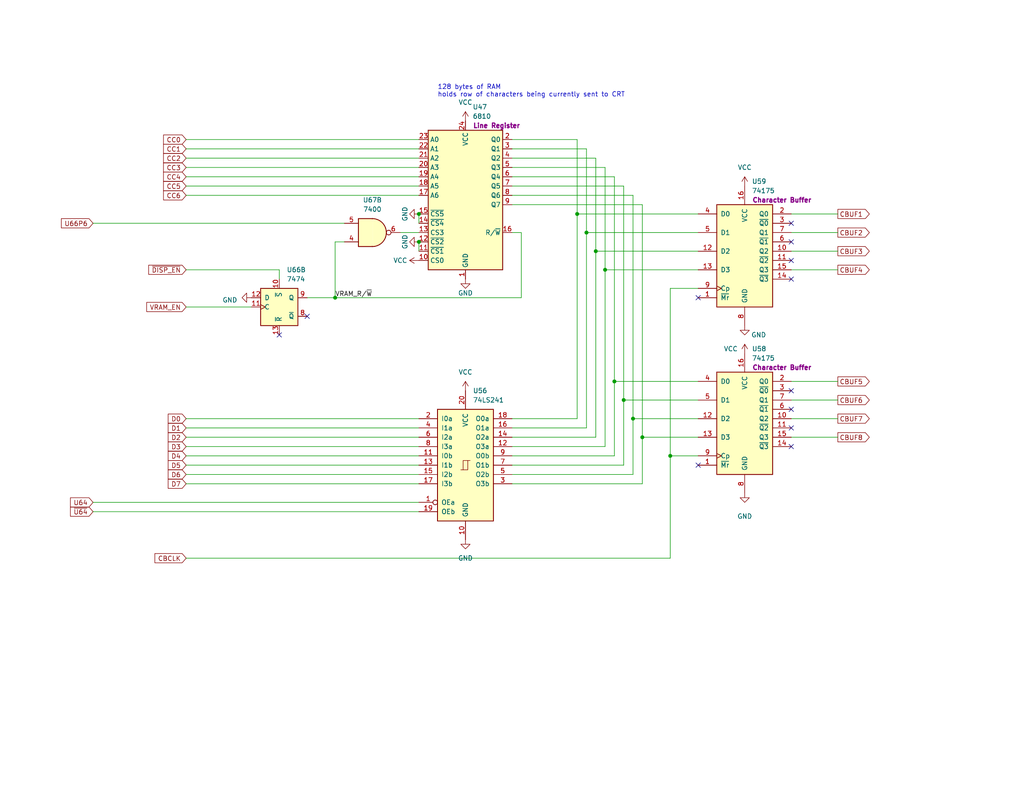
<source format=kicad_sch>
(kicad_sch (version 20231120) (generator "eeschema") (generator_version "8.0")
  (paper "USLetter")
  (lib_symbols
    (symbol "74xx:74LS00" (pin_names (offset 1.016))
      (property "Reference" "U" (at 0 1.27 0))
      (property "Value" "74LS00" (at 0 -1.27 0))
      (symbol "74LS00_1_1"
        (arc (start 0 -3.81) (mid 3.7934 0) (end 0 3.81) (stroke (width 0.254)) (fill (type background)))
        (polyline (pts (xy 0 3.81) (xy -3.81 3.81) (xy -3.81 -3.81) (xy 0 -3.81)) (stroke (width 0.254)) (fill (type background)))
        (pin input line (at -7.62 2.54 0) (length 3.81) (name "~") (number "1"))
        (pin input line (at -7.62 -2.54 0) (length 3.81) (name "~") (number "2"))
        (pin output inverted (at 7.62 0 180) (length 3.81) (name "~") (number "3"))
      )
      (symbol "74LS00_1_2"
        (arc (start -3.81 -3.81) (mid -2.589 0) (end -3.81 3.81) (stroke (width 0.254)))
        (arc (start -0.6096 -3.81) (mid 2.1855 -2.584) (end 3.81 0) (stroke (width 0.254)) (fill (type background)))
        (polyline (pts (xy -3.81 -3.81) (xy -0.635 -3.81)) (stroke (width 0.254)) (fill (type background)))
        (polyline (pts (xy -3.81 3.81) (xy -0.635 3.81)) (stroke (width 0.254)) (fill (type background)))
        (polyline (pts (xy -0.635 3.81) (xy -3.81 3.81) (xy -3.81 3.81) (xy -3.556 3.4036) (xy -3.0226 2.2606) (xy -2.6924 1.0414) (xy -2.6162 -0.254) (xy -2.7686 -1.4986) (xy -3.175 -2.7178) (xy -3.81 -3.81) (xy -3.81 -3.81) (xy -0.635 -3.81)) (stroke (width -25.4)) (fill (type background)))
        (arc (start 3.81 0) (mid 2.1928 2.5925) (end -0.6096 3.81) (stroke (width 0.254)) (fill (type background)))
        (pin input inverted (at -7.62 2.54 0) (length 4.318) (name "~") (number "1"))
        (pin input inverted (at -7.62 -2.54 0) (length 4.318) (name "~") (number "2"))
        (pin output line (at 7.62 0 180) (length 3.81) (name "~") (number "3"))
      )
      (symbol "74LS00_2_1"
        (arc (start 0 -3.81) (mid 3.7934 0) (end 0 3.81) (stroke (width 0.254)) (fill (type background)))
        (polyline (pts (xy 0 3.81) (xy -3.81 3.81) (xy -3.81 -3.81) (xy 0 -3.81)) (stroke (width 0.254)) (fill (type background)))
        (pin input line (at -7.62 2.54 0) (length 3.81) (name "~") (number "4"))
        (pin input line (at -7.62 -2.54 0) (length 3.81) (name "~") (number "5"))
        (pin output inverted (at 7.62 0 180) (length 3.81) (name "~") (number "6"))
      )
      (symbol "74LS00_2_2"
        (arc (start -3.81 -3.81) (mid -2.589 0) (end -3.81 3.81) (stroke (width 0.254)))
        (arc (start -0.6096 -3.81) (mid 2.1855 -2.584) (end 3.81 0) (stroke (width 0.254)) (fill (type background)))
        (polyline (pts (xy -3.81 -3.81) (xy -0.635 -3.81)) (stroke (width 0.254)) (fill (type background)))
        (polyline (pts (xy -3.81 3.81) (xy -0.635 3.81)) (stroke (width 0.254)) (fill (type background)))
        (polyline (pts (xy -0.635 3.81) (xy -3.81 3.81) (xy -3.81 3.81) (xy -3.556 3.4036) (xy -3.0226 2.2606) (xy -2.6924 1.0414) (xy -2.6162 -0.254) (xy -2.7686 -1.4986) (xy -3.175 -2.7178) (xy -3.81 -3.81) (xy -3.81 -3.81) (xy -0.635 -3.81)) (stroke (width -25.4)) (fill (type background)))
        (arc (start 3.81 0) (mid 2.1928 2.5925) (end -0.6096 3.81) (stroke (width 0.254)) (fill (type background)))
        (pin input inverted (at -7.62 2.54 0) (length 4.318) (name "~") (number "4"))
        (pin input inverted (at -7.62 -2.54 0) (length 4.318) (name "~") (number "5"))
        (pin output line (at 7.62 0 180) (length 3.81) (name "~") (number "6"))
      )
      (symbol "74LS00_3_1"
        (arc (start 0 -3.81) (mid 3.7934 0) (end 0 3.81) (stroke (width 0.254)) (fill (type background)))
        (polyline (pts (xy 0 3.81) (xy -3.81 3.81) (xy -3.81 -3.81) (xy 0 -3.81)) (stroke (width 0.254)) (fill (type background)))
        (pin input line (at -7.62 -2.54 0) (length 3.81) (name "~") (number "10"))
        (pin output inverted (at 7.62 0 180) (length 3.81) (name "~") (number "8"))
        (pin input line (at -7.62 2.54 0) (length 3.81) (name "~") (number "9"))
      )
      (symbol "74LS00_3_2"
        (arc (start -3.81 -3.81) (mid -2.589 0) (end -3.81 3.81) (stroke (width 0.254)))
        (arc (start -0.6096 -3.81) (mid 2.1855 -2.584) (end 3.81 0) (stroke (width 0.254)) (fill (type background)))
        (polyline (pts (xy -3.81 -3.81) (xy -0.635 -3.81)) (stroke (width 0.254)) (fill (type background)))
        (polyline (pts (xy -3.81 3.81) (xy -0.635 3.81)) (stroke (width 0.254)) (fill (type background)))
        (polyline (pts (xy -0.635 3.81) (xy -3.81 3.81) (xy -3.81 3.81) (xy -3.556 3.4036) (xy -3.0226 2.2606) (xy -2.6924 1.0414) (xy -2.6162 -0.254) (xy -2.7686 -1.4986) (xy -3.175 -2.7178) (xy -3.81 -3.81) (xy -3.81 -3.81) (xy -0.635 -3.81)) (stroke (width -25.4)) (fill (type background)))
        (arc (start 3.81 0) (mid 2.1928 2.5925) (end -0.6096 3.81) (stroke (width 0.254)) (fill (type background)))
        (pin input inverted (at -7.62 -2.54 0) (length 4.318) (name "~") (number "10"))
        (pin output line (at 7.62 0 180) (length 3.81) (name "~") (number "8"))
        (pin input inverted (at -7.62 2.54 0) (length 4.318) (name "~") (number "9"))
      )
      (symbol "74LS00_4_1"
        (arc (start 0 -3.81) (mid 3.7934 0) (end 0 3.81) (stroke (width 0.254)) (fill (type background)))
        (polyline (pts (xy 0 3.81) (xy -3.81 3.81) (xy -3.81 -3.81) (xy 0 -3.81)) (stroke (width 0.254)) (fill (type background)))
        (pin output inverted (at 7.62 0 180) (length 3.81) (name "~") (number "11"))
        (pin input line (at -7.62 2.54 0) (length 3.81) (name "~") (number "12"))
        (pin input line (at -7.62 -2.54 0) (length 3.81) (name "~") (number "13"))
      )
      (symbol "74LS00_4_2"
        (arc (start -3.81 -3.81) (mid -2.589 0) (end -3.81 3.81) (stroke (width 0.254)))
        (arc (start -0.6096 -3.81) (mid 2.1855 -2.584) (end 3.81 0) (stroke (width 0.254)) (fill (type background)))
        (polyline (pts (xy -3.81 -3.81) (xy -0.635 -3.81)) (stroke (width 0.254)) (fill (type background)))
        (polyline (pts (xy -3.81 3.81) (xy -0.635 3.81)) (stroke (width 0.254)) (fill (type background)))
        (polyline (pts (xy -0.635 3.81) (xy -3.81 3.81) (xy -3.81 3.81) (xy -3.556 3.4036) (xy -3.0226 2.2606) (xy -2.6924 1.0414) (xy -2.6162 -0.254) (xy -2.7686 -1.4986) (xy -3.175 -2.7178) (xy -3.81 -3.81) (xy -3.81 -3.81) (xy -0.635 -3.81)) (stroke (width -25.4)) (fill (type background)))
        (arc (start 3.81 0) (mid 2.1928 2.5925) (end -0.6096 3.81) (stroke (width 0.254)) (fill (type background)))
        (pin output line (at 7.62 0 180) (length 3.81) (name "~") (number "11"))
        (pin input inverted (at -7.62 2.54 0) (length 4.318) (name "~") (number "12"))
        (pin input inverted (at -7.62 -2.54 0) (length 4.318) (name "~") (number "13"))
      )
      (symbol "74LS00_5_0"
        (pin power_in line (at 0 12.7 270) (length 5.08) (name "VCC") (number "14"))
        (pin power_in line (at 0 -12.7 90) (length 5.08) (name "GND") (number "7"))
      )
      (symbol "74LS00_5_1"
        (rectangle (start -5.08 7.62) (end 5.08 -7.62) (stroke (width 0.254)) (fill (type background)))
      )
    )
    (symbol "74xx:74LS175" (pin_names (offset 1.016))
      (property "Reference" "U" (at -7.62 13.97 0))
      (property "Value" "74LS175" (at -7.62 -16.51 0))
      (symbol "74LS175_1_0"
        (pin input line (at -12.7 -12.7 0) (length 5.08) (name "~{Mr}") (number "1"))
        (pin output line (at 12.7 0 180) (length 5.08) (name "Q2") (number "10"))
        (pin output line (at 12.7 -2.54 180) (length 5.08) (name "~{Q2}") (number "11"))
        (pin input line (at -12.7 0 0) (length 5.08) (name "D2") (number "12"))
        (pin input line (at -12.7 -5.08 0) (length 5.08) (name "D3") (number "13"))
        (pin output line (at 12.7 -7.62 180) (length 5.08) (name "~{Q3}") (number "14"))
        (pin output line (at 12.7 -5.08 180) (length 5.08) (name "Q3") (number "15"))
        (pin power_in line (at 0 17.78 270) (length 5.08) (name "VCC") (number "16"))
        (pin output line (at 12.7 10.16 180) (length 5.08) (name "Q0") (number "2"))
        (pin output line (at 12.7 7.62 180) (length 5.08) (name "~{Q0}") (number "3"))
        (pin input line (at -12.7 10.16 0) (length 5.08) (name "D0") (number "4"))
        (pin input line (at -12.7 5.08 0) (length 5.08) (name "D1") (number "5"))
        (pin output line (at 12.7 2.54 180) (length 5.08) (name "~{Q1}") (number "6"))
        (pin output line (at 12.7 5.08 180) (length 5.08) (name "Q1") (number "7"))
        (pin power_in line (at 0 -20.32 90) (length 5.08) (name "GND") (number "8"))
        (pin input clock (at -12.7 -10.16 0) (length 5.08) (name "Cp") (number "9"))
      )
      (symbol "74LS175_1_1"
        (rectangle (start -7.62 12.7) (end 7.62 -15.24) (stroke (width 0.254)) (fill (type background)))
      )
    )
    (symbol "74xx:74LS241" (pin_names (offset 1.016))
      (property "Reference" "U" (at -7.62 16.51 0))
      (property "Value" "74LS241" (at -7.62 -16.51 0))
      (symbol "74LS241_1_0"
        (polyline (pts (xy -0.635 -1.27) (xy -0.635 1.27) (xy 0.635 1.27)))
        (polyline (pts (xy -1.27 -1.27) (xy 0.635 -1.27) (xy 0.635 1.27) (xy 1.27 1.27)))
        (pin input inverted (at -12.7 -10.16 0) (length 5.08) (name "OEa") (number "1"))
        (pin power_in line (at 0 -20.32 90) (length 5.08) (name "GND") (number "10"))
        (pin input line (at -12.7 2.54 0) (length 5.08) (name "I0b") (number "11"))
        (pin tri_state line (at 12.7 5.08 180) (length 5.08) (name "O3a") (number "12"))
        (pin input line (at -12.7 0 0) (length 5.08) (name "I1b") (number "13"))
        (pin tri_state line (at 12.7 7.62 180) (length 5.08) (name "O2a") (number "14"))
        (pin input line (at -12.7 -2.54 0) (length 5.08) (name "I2b") (number "15"))
        (pin tri_state line (at 12.7 10.16 180) (length 5.08) (name "O1a") (number "16"))
        (pin input line (at -12.7 -5.08 0) (length 5.08) (name "I3b") (number "17"))
        (pin tri_state line (at 12.7 12.7 180) (length 5.08) (name "O0a") (number "18"))
        (pin input line (at -12.7 -12.7 0) (length 5.08) (name "OEb") (number "19"))
        (pin input line (at -12.7 12.7 0) (length 5.08) (name "I0a") (number "2"))
        (pin power_in line (at 0 20.32 270) (length 5.08) (name "VCC") (number "20"))
        (pin tri_state line (at 12.7 -5.08 180) (length 5.08) (name "O3b") (number "3"))
        (pin input line (at -12.7 10.16 0) (length 5.08) (name "I1a") (number "4"))
        (pin tri_state line (at 12.7 -2.54 180) (length 5.08) (name "O2b") (number "5"))
        (pin input line (at -12.7 7.62 0) (length 5.08) (name "I2a") (number "6"))
        (pin tri_state line (at 12.7 0 180) (length 5.08) (name "O1b") (number "7"))
        (pin input line (at -12.7 5.08 0) (length 5.08) (name "I3a") (number "8"))
        (pin tri_state line (at 12.7 2.54 180) (length 5.08) (name "O0b") (number "9"))
      )
      (symbol "74LS241_1_1"
        (rectangle (start -7.62 15.24) (end 7.62 -15.24) (stroke (width 0.254)) (fill (type background)))
      )
    )
    (symbol "74xx:74LS74" (pin_names (offset 1.016))
      (property "Reference" "U" (at -7.62 8.89 0))
      (property "Value" "74LS74" (at -7.62 -8.89 0))
      (symbol "74LS74_1_0"
        (pin input line (at 0 -7.62 90) (length 2.54) (name "~{R}") (number "1"))
        (pin input line (at -7.62 2.54 0) (length 2.54) (name "D") (number "2"))
        (pin input clock (at -7.62 0 0) (length 2.54) (name "C") (number "3"))
        (pin input line (at 0 7.62 270) (length 2.54) (name "~{S}") (number "4"))
        (pin output line (at 7.62 2.54 180) (length 2.54) (name "Q") (number "5"))
        (pin output line (at 7.62 -2.54 180) (length 2.54) (name "~{Q}") (number "6"))
      )
      (symbol "74LS74_1_1"
        (rectangle (start -5.08 5.08) (end 5.08 -5.08) (stroke (width 0.254)) (fill (type background)))
      )
      (symbol "74LS74_2_0"
        (pin input line (at 0 7.62 270) (length 2.54) (name "~{S}") (number "10"))
        (pin input clock (at -7.62 0 0) (length 2.54) (name "C") (number "11"))
        (pin input line (at -7.62 2.54 0) (length 2.54) (name "D") (number "12"))
        (pin input line (at 0 -7.62 90) (length 2.54) (name "~{R}") (number "13"))
        (pin output line (at 7.62 -2.54 180) (length 2.54) (name "~{Q}") (number "8"))
        (pin output line (at 7.62 2.54 180) (length 2.54) (name "Q") (number "9"))
      )
      (symbol "74LS74_2_1"
        (rectangle (start -5.08 5.08) (end 5.08 -5.08) (stroke (width 0.254)) (fill (type background)))
      )
      (symbol "74LS74_3_0"
        (pin power_in line (at 0 10.16 270) (length 2.54) (name "VCC") (number "14"))
        (pin power_in line (at 0 -10.16 90) (length 2.54) (name "GND") (number "7"))
      )
      (symbol "74LS74_3_1"
        (rectangle (start -5.08 7.62) (end 5.08 -7.62) (stroke (width 0.254)) (fill (type background)))
      )
    )
    (symbol "ambassador:6810"
      (property "Reference" "U" (at -10.16 20.955 0))
      (property "Value" "6810" (at 2.54 20.955 0))
      (symbol "6810_0_0"
        (pin power_in line (at 0 -20.32 90) (length 2.54) (name "GND") (number "1"))
        (pin power_in line (at 0 22.86 270) (length 2.54) (name "VCC") (number "24"))
      )
      (symbol "6810_0_1"
        (rectangle (start -10.16 20.32) (end 10.16 -17.78) (stroke (width 0.254)) (fill (type background)))
      )
      (symbol "6810_1_1"
        (pin input line (at -12.7 -15.24 0) (length 2.54) (name "CS0") (number "10"))
        (pin input line (at -12.7 -12.7 0) (length 2.54) (name "~{CS1}") (number "11"))
        (pin input line (at -12.7 -10.16 0) (length 2.54) (name "~{CS2}") (number "12"))
        (pin input line (at -12.7 -7.62 0) (length 2.54) (name "CS3") (number "13"))
        (pin input line (at -12.7 -5.08 0) (length 2.54) (name "~{CS4}") (number "14"))
        (pin input line (at -12.7 -2.54 0) (length 2.54) (name "~{CS5}") (number "15"))
        (pin input line (at 12.7 -7.62 180) (length 2.54) (name "R/~{W}") (number "16"))
        (pin input line (at -12.7 2.54 0) (length 2.54) (name "A6") (number "17"))
        (pin input line (at -12.7 5.08 0) (length 2.54) (name "A5") (number "18"))
        (pin input line (at -12.7 7.62 0) (length 2.54) (name "A4") (number "19"))
        (pin tri_state line (at 12.7 17.78 180) (length 2.54) (name "Q0") (number "2"))
        (pin input line (at -12.7 10.16 0) (length 2.54) (name "A3") (number "20"))
        (pin input line (at -12.7 12.7 0) (length 2.54) (name "A2") (number "21"))
        (pin input line (at -12.7 15.24 0) (length 2.54) (name "A1") (number "22"))
        (pin input line (at -12.7 17.78 0) (length 2.54) (name "A0") (number "23"))
        (pin tri_state line (at 12.7 15.24 180) (length 2.54) (name "Q1") (number "3"))
        (pin tri_state line (at 12.7 12.7 180) (length 2.54) (name "Q2") (number "4"))
        (pin tri_state line (at 12.7 10.16 180) (length 2.54) (name "Q3") (number "5"))
        (pin tri_state line (at 12.7 7.62 180) (length 2.54) (name "Q4") (number "6"))
        (pin tri_state line (at 12.7 5.08 180) (length 2.54) (name "Q5") (number "7"))
        (pin tri_state line (at 12.7 2.54 180) (length 2.54) (name "Q6") (number "8"))
        (pin tri_state line (at 12.7 0 180) (length 2.54) (name "Q7") (number "9"))
      )
    )
    (symbol "power:GND" (power) (pin_names (offset 0))
      (property "Value" "GND" (at 0 -3.81 0))
      (symbol "GND_0_1"
        (polyline (pts (xy 0 0) (xy 0 -1.27) (xy 1.27 -1.27) (xy 0 -2.54) (xy -1.27 -1.27) (xy 0 -1.27)))
      )
      (symbol "GND_1_1"
        (pin power_in line (at 0 0 270) (length 0) hide (name "GND") (number "1"))
      )
    )
    (symbol "power:VCC" (power) (pin_names (offset 0))
      (property "Value" "VCC" (at 0 3.81 0))
      (symbol "VCC_0_1"
        (polyline (pts (xy -0.762 1.27) (xy 0 2.54)))
        (polyline (pts (xy 0 0) (xy 0 2.54)))
        (polyline (pts (xy 0 2.54) (xy 0.762 1.27)))
      )
      (symbol "VCC_1_1"
        (pin power_in line (at 0 0 90) (length 0) hide (name "VCC") (number "1"))
      )
    )
  )
  (junction (at 165.1 73.66))
  (junction (at 170.18 109.22))
  (junction (at 114.3 58.42))
  (junction (at 157.48 58.42))
  (junction (at 160.02 63.5))
  (junction (at 162.56 68.58))
  (junction (at 91.44 81.28))
  (junction (at 175.26 119.38))
  (junction (at 172.72 114.3))
  (junction (at 114.3 66.04))
  (junction (at 167.64 104.14))
  (junction (at 182.88 124.46))
  (no_connect (at 215.9 121.92))
  (no_connect (at 190.5 81.28))
  (no_connect (at 83.82 86.36))
  (no_connect (at 215.9 76.2))
  (no_connect (at 215.9 60.96))
  (no_connect (at 76.2 91.44))
  (no_connect (at 215.9 66.04))
  (no_connect (at 215.9 71.12))
  (no_connect (at 215.9 116.84))
  (no_connect (at 215.9 111.76))
  (no_connect (at 215.9 106.68))
  (no_connect (at 190.5 127))
  (wire (pts (xy 165.1 73.66) (xy 165.1 121.92)))
  (wire (pts (xy 157.48 58.42) (xy 157.48 114.3)))
  (wire (pts (xy 172.72 114.3) (xy 190.5 114.3)))
  (wire (pts (xy 25.4 137.16) (xy 114.3 137.16)))
  (wire (pts (xy 50.8 129.54) (xy 114.3 129.54)))
  (wire (pts (xy 160.02 40.64) (xy 160.02 63.5)))
  (wire (pts (xy 182.88 124.46) (xy 190.5 124.46)))
  (wire (pts (xy 139.7 43.18) (xy 162.56 43.18)))
  (wire (pts (xy 167.64 48.26) (xy 139.7 48.26)))
  (wire (pts (xy 167.64 124.46) (xy 167.64 104.14)))
  (wire (pts (xy 50.8 124.46) (xy 114.3 124.46)))
  (wire (pts (xy 50.8 152.4) (xy 182.88 152.4)))
  (wire (pts (xy 139.7 50.8) (xy 170.18 50.8)))
  (wire (pts (xy 25.4 139.7) (xy 114.3 139.7)))
  (wire (pts (xy 50.8 53.34) (xy 114.3 53.34)))
  (wire (pts (xy 114.3 68.58) (xy 114.3 66.04)))
  (wire (pts (xy 76.2 73.66) (xy 76.2 76.2)))
  (wire (pts (xy 91.44 81.28) (xy 91.44 66.04)))
  (wire (pts (xy 182.88 124.46) (xy 182.88 152.4)))
  (wire (pts (xy 139.7 55.88) (xy 175.26 55.88)))
  (wire (pts (xy 175.26 55.88) (xy 175.26 119.38)))
  (wire (pts (xy 50.8 43.18) (xy 114.3 43.18)))
  (wire (pts (xy 160.02 63.5) (xy 160.02 116.84)))
  (wire (pts (xy 157.48 38.1) (xy 157.48 58.42)))
  (wire (pts (xy 215.9 58.42) (xy 228.6 58.42)))
  (wire (pts (xy 165.1 73.66) (xy 190.5 73.66)))
  (wire (pts (xy 160.02 63.5) (xy 190.5 63.5)))
  (wire (pts (xy 139.7 132.08) (xy 175.26 132.08)))
  (wire (pts (xy 91.44 81.28) (xy 142.24 81.28)))
  (wire (pts (xy 142.24 81.28) (xy 142.24 63.5)))
  (wire (pts (xy 50.8 127) (xy 114.3 127)))
  (wire (pts (xy 162.56 68.58) (xy 162.56 119.38)))
  (wire (pts (xy 165.1 45.72) (xy 165.1 73.66)))
  (wire (pts (xy 162.56 43.18) (xy 162.56 68.58)))
  (wire (pts (xy 109.22 63.5) (xy 114.3 63.5)))
  (wire (pts (xy 50.8 45.72) (xy 114.3 45.72)))
  (wire (pts (xy 50.8 132.08) (xy 114.3 132.08)))
  (wire (pts (xy 182.88 78.74) (xy 182.88 124.46)))
  (wire (pts (xy 228.6 104.14) (xy 215.9 104.14)))
  (wire (pts (xy 167.64 104.14) (xy 167.64 48.26)))
  (wire (pts (xy 175.26 119.38) (xy 190.5 119.38)))
  (wire (pts (xy 139.7 53.34) (xy 172.72 53.34)))
  (wire (pts (xy 139.7 124.46) (xy 167.64 124.46)))
  (wire (pts (xy 142.24 63.5) (xy 139.7 63.5)))
  (wire (pts (xy 215.9 119.38) (xy 228.6 119.38)))
  (wire (pts (xy 50.8 48.26) (xy 114.3 48.26)))
  (wire (pts (xy 50.8 38.1) (xy 114.3 38.1)))
  (wire (pts (xy 76.2 73.66) (xy 50.8 73.66)))
  (wire (pts (xy 215.9 73.66) (xy 228.6 73.66)))
  (wire (pts (xy 50.8 119.38) (xy 114.3 119.38)))
  (wire (pts (xy 50.8 40.64) (xy 114.3 40.64)))
  (wire (pts (xy 50.8 50.8) (xy 114.3 50.8)))
  (wire (pts (xy 25.4 60.96) (xy 93.98 60.96)))
  (wire (pts (xy 139.7 45.72) (xy 165.1 45.72)))
  (wire (pts (xy 170.18 50.8) (xy 170.18 109.22)))
  (wire (pts (xy 50.8 114.3) (xy 114.3 114.3)))
  (wire (pts (xy 172.72 53.34) (xy 172.72 114.3)))
  (wire (pts (xy 139.7 121.92) (xy 165.1 121.92)))
  (wire (pts (xy 139.7 127) (xy 170.18 127)))
  (wire (pts (xy 50.8 116.84) (xy 114.3 116.84)))
  (wire (pts (xy 157.48 58.42) (xy 190.5 58.42)))
  (wire (pts (xy 170.18 127) (xy 170.18 109.22)))
  (wire (pts (xy 215.9 68.58) (xy 228.6 68.58)))
  (wire (pts (xy 114.3 58.42) (xy 114.3 60.96)))
  (wire (pts (xy 162.56 68.58) (xy 190.5 68.58)))
  (wire (pts (xy 91.44 66.04) (xy 93.98 66.04)))
  (wire (pts (xy 172.72 129.54) (xy 172.72 114.3)))
  (wire (pts (xy 215.9 63.5) (xy 228.6 63.5)))
  (wire (pts (xy 157.48 114.3) (xy 139.7 114.3)))
  (wire (pts (xy 139.7 38.1) (xy 157.48 38.1)))
  (wire (pts (xy 228.6 109.22) (xy 215.9 109.22)))
  (wire (pts (xy 167.64 104.14) (xy 190.5 104.14)))
  (wire (pts (xy 50.8 83.82) (xy 68.58 83.82)))
  (wire (pts (xy 170.18 109.22) (xy 190.5 109.22)))
  (wire (pts (xy 228.6 114.3) (xy 215.9 114.3)))
  (wire (pts (xy 175.26 132.08) (xy 175.26 119.38)))
  (wire (pts (xy 190.5 78.74) (xy 182.88 78.74)))
  (wire (pts (xy 83.82 81.28) (xy 91.44 81.28)))
  (wire (pts (xy 50.8 121.92) (xy 114.3 121.92)))
  (wire (pts (xy 139.7 129.54) (xy 172.72 129.54)))
  (wire (pts (xy 139.7 40.64) (xy 160.02 40.64)))
  (wire (pts (xy 139.7 116.84) (xy 160.02 116.84)))
  (wire (pts (xy 139.7 119.38) (xy 162.56 119.38)))
  (text "128 bytes of RAM\nholds row of characters being currently sent to CRT" (at 119.38 26.67 0) (effects (font (size 1.27 1.27)) (justify left bottom)))
  (label "VRAM_R{slash}~{W}" (at 91.44 81.28 0))
  (global_label "CBUF8" (shape output) (at 228.6 119.38 0) (property "Intersheetrefs" "${INTERSHEET_REFS}" (effects (hide yes))))
  (global_label "D0" (shape input) (at 50.8 114.3 180) (property "Intersheetrefs" "${INTERSHEET_REFS}" (effects (hide yes))))
  (global_label "CBUF1" (shape output) (at 228.6 58.42 0) (property "Intersheetrefs" "${INTERSHEET_REFS}" (effects (hide yes))))
  (global_label "CBUF5" (shape output) (at 228.6 104.14 0) (property "Intersheetrefs" "${INTERSHEET_REFS}" (effects (hide yes))))
  (global_label "CC5" (shape input) (at 50.8 50.8 180) (property "Intersheetrefs" "${INTERSHEET_REFS}" (effects (hide yes))))
  (global_label "D1" (shape input) (at 50.8 116.84 180) (property "Intersheetrefs" "${INTERSHEET_REFS}" (effects (hide yes))))
  (global_label "CC6" (shape input) (at 50.8 53.34 180) (property "Intersheetrefs" "${INTERSHEET_REFS}" (effects (hide yes))))
  (global_label "D6" (shape input) (at 50.8 129.54 180) (property "Intersheetrefs" "${INTERSHEET_REFS}" (effects (hide yes))))
  (global_label "D7" (shape input) (at 50.8 132.08 180) (property "Intersheetrefs" "${INTERSHEET_REFS}" (effects (hide yes))))
  (global_label "U64" (shape input) (at 25.4 137.16 180) (property "Intersheetrefs" "${INTERSHEET_REFS}" (effects (hide yes))))
  (global_label "CC3" (shape input) (at 50.8 45.72 180) (property "Intersheetrefs" "${INTERSHEET_REFS}" (effects (hide yes))))
  (global_label "CC1" (shape input) (at 50.8 40.64 180) (property "Intersheetrefs" "${INTERSHEET_REFS}" (effects (hide yes))))
  (global_label "D3" (shape input) (at 50.8 121.92 180) (property "Intersheetrefs" "${INTERSHEET_REFS}" (effects (hide yes))))
  (global_label "CBUF3" (shape output) (at 228.6 68.58 0) (property "Intersheetrefs" "${INTERSHEET_REFS}" (effects (hide yes))))
  (global_label "CC2" (shape input) (at 50.8 43.18 180) (property "Intersheetrefs" "${INTERSHEET_REFS}" (effects (hide yes))))
  (global_label "D4" (shape input) (at 50.8 124.46 180) (property "Intersheetrefs" "${INTERSHEET_REFS}" (effects (hide yes))))
  (global_label "CBUF6" (shape output) (at 228.6 109.22 0) (property "Intersheetrefs" "${INTERSHEET_REFS}" (effects (hide yes))))
  (global_label "CBUF4" (shape output) (at 228.6 73.66 0) (property "Intersheetrefs" "${INTERSHEET_REFS}" (effects (hide yes))))
  (global_label "CBUF2" (shape output) (at 228.6 63.5 0) (property "Intersheetrefs" "${INTERSHEET_REFS}" (effects (hide yes))))
  (global_label "D2" (shape input) (at 50.8 119.38 180) (property "Intersheetrefs" "${INTERSHEET_REFS}" (effects (hide yes))))
  (global_label "U66P6" (shape input) (at 25.4 60.96 180) (property "Intersheetrefs" "${INTERSHEET_REFS}" (effects (hide yes))))
  (global_label "CBCLK" (shape input) (at 50.8 152.4 180) (property "Intersheetrefs" "${INTERSHEET_REFS}" (effects (hide yes))))
  (global_label "CBUF7" (shape output) (at 228.6 114.3 0) (property "Intersheetrefs" "${INTERSHEET_REFS}" (effects (hide yes))))
  (global_label "D5" (shape input) (at 50.8 127 180) (property "Intersheetrefs" "${INTERSHEET_REFS}" (effects (hide yes))))
  (global_label "CC4" (shape input) (at 50.8 48.26 180) (property "Intersheetrefs" "${INTERSHEET_REFS}" (effects (hide yes))))
  (global_label "VRAM_EN" (shape input) (at 50.8 83.82 180) (property "Intersheetrefs" "${INTERSHEET_REFS}" (effects (hide yes))))
  (global_label "CC0" (shape input) (at 50.8 38.1 180) (property "Intersheetrefs" "${INTERSHEET_REFS}" (effects (hide yes))))
  (global_label "~{DISP_EN}" (shape input) (at 50.8 73.66 180) (property "Intersheetrefs" "${INTERSHEET_REFS}" (effects (hide yes))))
  (global_label "~{U64}" (shape input) (at 25.4 139.7 180) (property "Intersheetrefs" "${INTERSHEET_REFS}" (effects (hide yes))))
  (symbol (lib_id "power:GND") (at 114.3 58.42 270) (unit 1)
    (property "Reference" "#PWR0171" (effects (hide yes)))
    (property "Value" "GND" (at 110.49 58.42 0))
  )
  (symbol (lib_id "power:GND") (at 203.2 88.9 0) (unit 1)
    (property "Reference" "#PWR0180" (effects (hide yes)))
    (property "Value" "GND" (at 207.01 91.44 0))
  )
  (symbol (lib_id "power:GND") (at 114.3 66.04 270) (unit 1)
    (property "Reference" "#PWR0172" (effects (hide yes)))
    (property "Value" "GND" (at 110.49 66.04 0))
  )
  (symbol (lib_id "power:VCC") (at 203.2 50.8 0) (unit 1)
    (property "Reference" "#PWR0179" (effects (hide yes)))
    (property "Value" "VCC" (at 203.2 45.72 0))
  )
  (symbol (lib_id "74xx:74LS74") (at 76.2 83.82 0) (unit 2)
    (property "Reference" "U66" (at 78.2194 73.66 0) (effects (justify left)))
    (property "Value" "7474" (at 78.2194 76.2 0) (effects (justify left)))
    (property "Footprint" "Package_DIP:DIP-14_W7.62mm" (effects (hide yes)))
    (property "Datasheet" "https://www.ti.com/lit/ds/symlink/sn74ls74a.pdf" (effects (hide yes)))
  )
  (symbol (lib_id "power:VCC") (at 203.2 96.52 0) (unit 1)
    (property "Reference" "#PWR0187" (effects (hide yes)))
    (property "Value" "VCC" (at 199.39 95.25 0))
  )
  (symbol (lib_id "power:VCC") (at 127 106.68 0) (unit 1)
    (property "Reference" "#PWR0177" (effects (hide yes)))
    (property "Value" "VCC" (at 127 101.6 0))
  )
  (symbol (lib_id "power:GND") (at 127 76.2 0) (unit 1)
    (property "Reference" "#PWR0175" (effects (hide yes)))
    (property "Value" "GND" (at 127 80.01 0))
  )
  (symbol (lib_id "74xx:74LS175") (at 203.2 68.58 0) (unit 1)
    (property "Reference" "U59" (at 205.1559 49.53 0) (effects (justify left)))
    (property "Value" "74175" (at 205.1559 52.07 0) (effects (justify left)))
    (property "Footprint" "Package_DIP:DIP-16_W7.62mm" (effects (hide yes)))
    (property "Datasheet" "http://www.ti.com/lit/gpn/sn74LS175" (effects (hide yes)))
    (property "Label" "Character Buffer" (at 205.1559 54.61 0) (effects (font (bold yes)) (justify left)))
  )
  (symbol (lib_id "power:GND") (at 68.58 81.28 270) (unit 1)
    (property "Reference" "#PWR0103" (effects (hide yes)))
    (property "Value" "GND" (at 64.77 81.915 90) (effects (justify right)))
  )
  (symbol (lib_id "power:GND") (at 203.2 134.62 0) (unit 1)
    (property "Reference" "#PWR0188" (effects (hide yes)))
    (property "Value" "GND" (at 203.2 140.97 0))
  )
  (symbol (lib_id "power:VCC") (at 114.3 71.12 90) (unit 1)
    (property "Reference" "#PWR0173" (effects (hide yes)))
    (property "Value" "VCC" (at 109.22 71.12 90))
  )
  (symbol (lib_id "74xx:74LS175") (at 203.2 114.3 0) (unit 1)
    (property "Reference" "U58" (at 205.1559 95.25 0) (effects (justify left)))
    (property "Value" "74175" (at 205.1559 97.79 0) (effects (justify left)))
    (property "Footprint" "Package_DIP:DIP-16_W7.62mm" (effects (hide yes)))
    (property "Datasheet" "http://www.ti.com/lit/gpn/sn74LS175" (effects (hide yes)))
    (property "Label" "Character Buffer" (at 205.1559 100.33 0) (effects (font (bold yes)) (justify left)))
  )
  (symbol (lib_id "74xx:74LS241") (at 127 127 0) (unit 1)
    (property "Reference" "U56" (at 129.0194 106.68 0) (effects (justify left)))
    (property "Value" "74LS241" (at 129.0194 109.22 0) (effects (justify left)))
    (property "Footprint" "Package_DIP:DIP-20_W7.62mm" (effects (hide yes)))
    (property "Datasheet" "http://www.ti.com/lit/ds/symlink/sn74ls241.pdf" (effects (hide yes)))
  )
  (symbol (lib_id "ambassador:6810") (at 127 55.88 0) (unit 1)
    (property "Reference" "U47" (at 128.9559 29.21 0) (effects (justify left)))
    (property "Value" "6810" (at 128.9559 31.75 0) (effects (justify left)))
    (property "Footprint" "Package_DIP:DIP-24_W15.24mm" (effects (hide yes)))
    (property "Label" "Line Register" (at 128.9559 34.29 0) (effects (font (bold yes)) (justify left)))
  )
  (symbol (lib_id "74xx:74LS00") (at 101.6 63.5 0) (mirror x) (unit 2)
    (property "Reference" "U67" (at 101.6 54.61 0))
    (property "Value" "7400" (at 101.6 57.15 0))
    (property "Footprint" "Package_DIP:DIP-14_W7.62mm" (effects (hide yes)))
    (property "Datasheet" "http://www.ti.com/lit/gpn/sn74ls00" (effects (hide yes)))
  )
  (symbol (lib_id "power:GND") (at 127 147.32 0) (unit 1)
    (property "Reference" "#PWR0178" (effects (hide yes)))
    (property "Value" "GND" (at 127 152.4 0))
  )
  (symbol (lib_id "power:VCC") (at 127 33.02 0) (unit 1)
    (property "Reference" "#PWR0174" (effects (hide yes)))
    (property "Value" "VCC" (at 127 27.94 0))
  )
)
</source>
